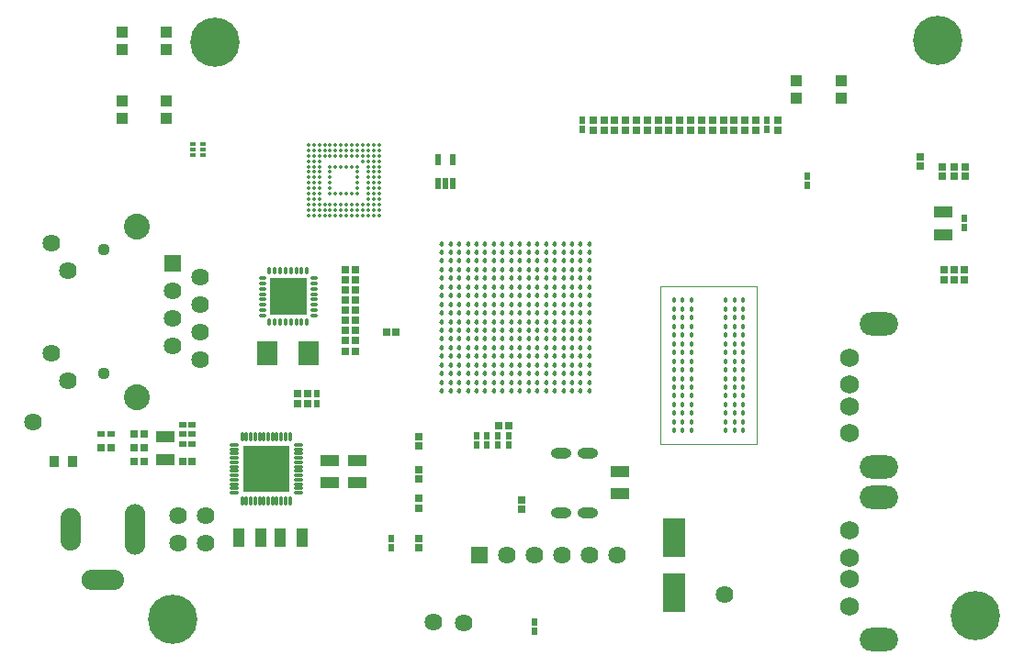
<source format=gts>
G04*
G04 #@! TF.GenerationSoftware,Altium Limited,Altium Designer,19.1.9 (167)*
G04*
G04 Layer_Color=8388736*
%FSLAX25Y25*%
%MOIN*%
G70*
G01*
G75*
%ADD11C,0.00100*%
%ADD17C,0.01400*%
%ADD37R,0.07887X0.14383*%
%ADD38C,0.01800*%
%ADD39O,0.01339X0.03110*%
%ADD40O,0.03110X0.01339*%
%ADD41R,0.13398X0.13398*%
%ADD42R,0.02402X0.02902*%
%ADD43R,0.07400X0.08900*%
%ADD44O,0.07493X0.03753*%
%ADD45R,0.03900X0.04400*%
%ADD46R,0.02565X0.02565*%
%ADD47R,0.02565X0.02565*%
%ADD48R,0.02400X0.01600*%
%ADD49R,0.02178X0.04147*%
%ADD50C,0.01802*%
%ADD51O,0.03740X0.01181*%
%ADD52O,0.01181X0.03740*%
%ADD53R,0.16745X0.16745*%
%ADD54R,0.03400X0.04400*%
%ADD55R,0.06509X0.04343*%
%ADD56R,0.02902X0.02402*%
%ADD57R,0.04343X0.06509*%
%ADD58C,0.06400*%
%ADD59C,0.17900*%
%ADD60C,0.04400*%
%ADD61C,0.09400*%
%ADD62R,0.06400X0.06400*%
%ADD63C,0.06900*%
%ADD64O,0.13900X0.08400*%
%ADD65O,0.07400X0.15400*%
%ADD66O,0.07400X0.18400*%
%ADD67O,0.15400X0.07400*%
D11*
X234034Y76926D02*
Y134176D01*
X269234D01*
Y76926D02*
Y134176D01*
X234034Y76926D02*
X269234D01*
D17*
X124121Y185695D02*
D03*
Y167979D02*
D03*
X110342Y183727D02*
D03*
Y181758D02*
D03*
X106405Y162073D02*
D03*
Y164042D02*
D03*
Y166010D02*
D03*
X110342Y173884D02*
D03*
Y171916D02*
D03*
Y169947D02*
D03*
Y167979D02*
D03*
Y166010D02*
D03*
X131995Y185695D02*
D03*
X110342Y164042D02*
D03*
Y162073D02*
D03*
Y160105D02*
D03*
X108373Y185695D02*
D03*
X106405Y167979D02*
D03*
X108373Y181758D02*
D03*
X106405Y160105D02*
D03*
X116247Y164042D02*
D03*
X108373Y173884D02*
D03*
Y171916D02*
D03*
X124121Y164042D02*
D03*
X108373Y169947D02*
D03*
X124121Y177821D02*
D03*
X108373Y175853D02*
D03*
X114279D02*
D03*
X124121Y162073D02*
D03*
Y160105D02*
D03*
X122153Y185695D02*
D03*
Y183727D02*
D03*
Y181758D02*
D03*
X131995Y169947D02*
D03*
X130027Y160105D02*
D03*
X124121Y183727D02*
D03*
X128058Y160105D02*
D03*
Y162073D02*
D03*
Y164042D02*
D03*
Y166010D02*
D03*
X122153Y167979D02*
D03*
X128058D02*
D03*
X122153Y164042D02*
D03*
Y162073D02*
D03*
Y160105D02*
D03*
X128058Y169947D02*
D03*
X124121Y181758D02*
D03*
X128058Y171916D02*
D03*
Y173884D02*
D03*
Y177821D02*
D03*
Y181758D02*
D03*
Y185695D02*
D03*
X126090Y160105D02*
D03*
Y162073D02*
D03*
Y164042D02*
D03*
Y179790D02*
D03*
Y181758D02*
D03*
X131995Y183727D02*
D03*
X120184Y164042D02*
D03*
Y162073D02*
D03*
Y160105D02*
D03*
X118216Y185695D02*
D03*
Y183727D02*
D03*
Y181758D02*
D03*
X126090Y183727D02*
D03*
X118216Y177821D02*
D03*
X126090Y185695D02*
D03*
X130027Y162073D02*
D03*
X131995Y175853D02*
D03*
X130027Y164042D02*
D03*
Y166010D02*
D03*
Y167979D02*
D03*
Y169947D02*
D03*
X118216Y164042D02*
D03*
Y162073D02*
D03*
Y160105D02*
D03*
X116247Y185695D02*
D03*
Y183727D02*
D03*
Y181758D02*
D03*
X131995Y173884D02*
D03*
X116247Y177821D02*
D03*
X106405Y171916D02*
D03*
Y169947D02*
D03*
Y173884D02*
D03*
Y183727D02*
D03*
Y185695D02*
D03*
X108373Y160105D02*
D03*
Y162073D02*
D03*
Y164042D02*
D03*
X116247Y162073D02*
D03*
X131995Y171916D02*
D03*
X116247Y160105D02*
D03*
X114279Y185695D02*
D03*
Y183727D02*
D03*
Y181758D02*
D03*
X130027Y171916D02*
D03*
X108373Y167979D02*
D03*
Y166010D02*
D03*
X114279Y173884D02*
D03*
X120184Y167979D02*
D03*
Y181758D02*
D03*
X124121Y171916D02*
D03*
X114279Y167979D02*
D03*
X120184Y183727D02*
D03*
X114279Y164042D02*
D03*
Y162073D02*
D03*
Y160105D02*
D03*
X112310Y185695D02*
D03*
Y183727D02*
D03*
Y181758D02*
D03*
X120184Y185695D02*
D03*
X130027Y173884D02*
D03*
X124121Y169947D02*
D03*
X130027Y185695D02*
D03*
X131995Y160105D02*
D03*
Y162073D02*
D03*
Y164042D02*
D03*
Y166010D02*
D03*
Y167979D02*
D03*
X112310Y164042D02*
D03*
Y162073D02*
D03*
Y160105D02*
D03*
X110342Y185695D02*
D03*
X128058Y179790D02*
D03*
X108373Y177821D02*
D03*
Y183727D02*
D03*
X120184Y177821D02*
D03*
X106405Y175853D02*
D03*
Y179790D02*
D03*
X124121Y173884D02*
D03*
X118216Y167979D02*
D03*
X114279Y171916D02*
D03*
X122153Y177821D02*
D03*
X124121Y175853D02*
D03*
X128058D02*
D03*
X108373Y179790D02*
D03*
X110342D02*
D03*
X106405Y177821D02*
D03*
Y181758D02*
D03*
X116247Y167979D02*
D03*
X114279Y169947D02*
D03*
X131995Y177821D02*
D03*
X130027Y183727D02*
D03*
X110342Y177821D02*
D03*
X131995Y181758D02*
D03*
Y179790D02*
D03*
X114279Y177821D02*
D03*
X128058Y183727D02*
D03*
X110342Y175853D02*
D03*
X130027Y181758D02*
D03*
Y179790D02*
D03*
Y177821D02*
D03*
Y175853D02*
D03*
D37*
X239200Y23061D02*
D03*
Y43139D02*
D03*
D38*
X264234Y100826D02*
D03*
X257934D02*
D03*
X242184Y97676D02*
D03*
X245334Y103976D02*
D03*
Y100826D02*
D03*
Y97676D02*
D03*
Y110276D02*
D03*
X257934Y126026D02*
D03*
X261084Y91376D02*
D03*
X245334Y119726D02*
D03*
Y91376D02*
D03*
X257934Y116576D02*
D03*
Y88226D02*
D03*
X245334D02*
D03*
X242184Y91376D02*
D03*
X261084Y88226D02*
D03*
X242184D02*
D03*
X261084Y85076D02*
D03*
X242184D02*
D03*
X261084Y81926D02*
D03*
X245334Y85076D02*
D03*
X257934Y97676D02*
D03*
Y85076D02*
D03*
Y91376D02*
D03*
X245334Y81926D02*
D03*
X261084Y116576D02*
D03*
Y119726D02*
D03*
X264234Y126026D02*
D03*
Y129176D02*
D03*
X242184Y116576D02*
D03*
X239034Y119726D02*
D03*
Y126026D02*
D03*
X245334D02*
D03*
X261084Y103976D02*
D03*
Y110276D02*
D03*
X264234D02*
D03*
Y113426D02*
D03*
X242184Y103976D02*
D03*
X239034Y110276D02*
D03*
Y116576D02*
D03*
X264234Y81926D02*
D03*
Y88226D02*
D03*
Y94526D02*
D03*
X239034Y81926D02*
D03*
Y88226D02*
D03*
Y94526D02*
D03*
Y100826D02*
D03*
X257934Y103976D02*
D03*
X242184Y94526D02*
D03*
X245334D02*
D03*
Y113426D02*
D03*
X257934Y122876D02*
D03*
X245334Y107126D02*
D03*
X257934D02*
D03*
X242184Y110276D02*
D03*
X261084Y107126D02*
D03*
X257934Y113426D02*
D03*
X242184D02*
D03*
X261084D02*
D03*
X245334Y116576D02*
D03*
X261084Y126026D02*
D03*
X242184Y122876D02*
D03*
X261084D02*
D03*
X245334D02*
D03*
Y129176D02*
D03*
X257934D02*
D03*
Y119726D02*
D03*
X242184Y129176D02*
D03*
Y81926D02*
D03*
X264234Y97676D02*
D03*
X239034D02*
D03*
X264234Y103976D02*
D03*
X239034D02*
D03*
X257934Y81926D02*
D03*
X261084Y97676D02*
D03*
Y129176D02*
D03*
X264234Y122876D02*
D03*
Y116576D02*
D03*
Y119726D02*
D03*
X239034Y122876D02*
D03*
Y129176D02*
D03*
X242184Y119726D02*
D03*
Y126026D02*
D03*
X264234Y107126D02*
D03*
X261084Y100826D02*
D03*
X257934Y110276D02*
D03*
X239034Y113426D02*
D03*
X242184Y100826D02*
D03*
Y107126D02*
D03*
X264234Y85076D02*
D03*
Y91376D02*
D03*
X239034Y85076D02*
D03*
Y91376D02*
D03*
Y107126D02*
D03*
X261084Y94526D02*
D03*
X257934D02*
D03*
D39*
X92110Y121169D02*
D03*
X94079D02*
D03*
X96047D02*
D03*
X98016D02*
D03*
X99984D02*
D03*
X101953D02*
D03*
X103921D02*
D03*
X105890D02*
D03*
Y139831D02*
D03*
X103921D02*
D03*
X101953D02*
D03*
X99984D02*
D03*
X98016D02*
D03*
X96047D02*
D03*
X94079D02*
D03*
X92110D02*
D03*
D40*
X108331Y123610D02*
D03*
Y125579D02*
D03*
Y127547D02*
D03*
Y129516D02*
D03*
Y131484D02*
D03*
Y133453D02*
D03*
Y135421D02*
D03*
Y137390D02*
D03*
X89669D02*
D03*
Y135421D02*
D03*
Y133453D02*
D03*
Y131484D02*
D03*
Y129516D02*
D03*
Y127547D02*
D03*
Y125579D02*
D03*
Y123610D02*
D03*
D41*
X99000Y130500D02*
D03*
D42*
X272700Y194646D02*
D03*
Y191181D02*
D03*
X205771Y194646D02*
D03*
Y191181D02*
D03*
X344600Y159132D02*
D03*
Y155668D02*
D03*
X188500Y12432D02*
D03*
Y8968D02*
D03*
X109500Y91768D02*
D03*
Y95232D02*
D03*
X179134Y76568D02*
D03*
Y80032D02*
D03*
X167323Y76567D02*
D03*
Y80032D02*
D03*
X175259Y76568D02*
D03*
Y80032D02*
D03*
X171260Y76568D02*
D03*
Y80032D02*
D03*
X136500Y39268D02*
D03*
Y42732D02*
D03*
X287323Y170835D02*
D03*
Y174300D02*
D03*
D43*
X91536Y109831D02*
D03*
X106496D02*
D03*
D44*
X207723Y51873D02*
D03*
Y73527D02*
D03*
X198077Y51873D02*
D03*
Y73527D02*
D03*
D45*
X283529Y202550D02*
D03*
X299671D02*
D03*
Y208850D02*
D03*
X283529D02*
D03*
X38779Y220472D02*
D03*
X54921D02*
D03*
Y226772D02*
D03*
X38779D02*
D03*
Y195275D02*
D03*
X54921D02*
D03*
Y201575D02*
D03*
X38779D02*
D03*
D46*
X328300Y177928D02*
D03*
Y181472D02*
D03*
X340737Y174228D02*
D03*
Y177772D02*
D03*
X337000Y140372D02*
D03*
Y136828D02*
D03*
X340737Y140372D02*
D03*
Y136828D02*
D03*
X344400Y140372D02*
D03*
Y136828D02*
D03*
X344800Y174228D02*
D03*
Y177772D02*
D03*
X336600Y174228D02*
D03*
Y177772D02*
D03*
X268763Y194685D02*
D03*
Y191142D02*
D03*
X264826Y194685D02*
D03*
Y191142D02*
D03*
X260889Y194685D02*
D03*
Y191142D02*
D03*
X256952Y194685D02*
D03*
Y191142D02*
D03*
X253015Y194685D02*
D03*
Y191142D02*
D03*
X249078Y194685D02*
D03*
Y191142D02*
D03*
X245141Y194685D02*
D03*
Y191142D02*
D03*
X241204Y194685D02*
D03*
Y191142D02*
D03*
X237267Y194685D02*
D03*
Y191142D02*
D03*
X233330Y194685D02*
D03*
Y191142D02*
D03*
X229393Y194685D02*
D03*
Y191142D02*
D03*
X217582Y194685D02*
D03*
Y191142D02*
D03*
X225456Y194685D02*
D03*
Y191142D02*
D03*
X221519Y194685D02*
D03*
Y191142D02*
D03*
X209708Y194685D02*
D03*
Y191142D02*
D03*
X213645Y194685D02*
D03*
Y191142D02*
D03*
X276637Y191142D02*
D03*
Y194685D02*
D03*
X146500Y79772D02*
D03*
Y76228D02*
D03*
X183800Y53228D02*
D03*
Y56772D02*
D03*
X146500Y39228D02*
D03*
Y42772D02*
D03*
Y67772D02*
D03*
Y64228D02*
D03*
Y57272D02*
D03*
Y53728D02*
D03*
X106000Y95272D02*
D03*
Y91728D02*
D03*
X102500Y95272D02*
D03*
Y91728D02*
D03*
D47*
X123472Y136700D02*
D03*
X119928D02*
D03*
X123472Y110800D02*
D03*
X119928D02*
D03*
X123472Y133000D02*
D03*
X119928D02*
D03*
X123472Y129300D02*
D03*
X119928D02*
D03*
X123472Y125600D02*
D03*
X119928D02*
D03*
X123472Y121900D02*
D03*
X119928D02*
D03*
X123472Y118200D02*
D03*
X119928D02*
D03*
X123472Y114500D02*
D03*
X119928D02*
D03*
X119928Y140400D02*
D03*
X123472D02*
D03*
X134628Y117500D02*
D03*
X138172D02*
D03*
X178972Y83500D02*
D03*
X175428D02*
D03*
X34772Y75500D02*
D03*
X31228D02*
D03*
X43228D02*
D03*
X46772D02*
D03*
X60728Y70500D02*
D03*
X64272D02*
D03*
X43228D02*
D03*
X46772D02*
D03*
X43228Y80500D02*
D03*
X46772D02*
D03*
D48*
X64544Y182064D02*
D03*
Y186000D02*
D03*
Y184032D02*
D03*
X68000D02*
D03*
Y182064D02*
D03*
Y186000D02*
D03*
D49*
X153541Y180431D02*
D03*
X158659D02*
D03*
Y171769D02*
D03*
X156100D02*
D03*
X153541D02*
D03*
D50*
X208405Y96280D02*
D03*
X205256D02*
D03*
X202106D02*
D03*
X198957D02*
D03*
X195807D02*
D03*
X192657D02*
D03*
X189508D02*
D03*
X186358Y96280D02*
D03*
X183209Y96280D02*
D03*
X180059D02*
D03*
X176909D02*
D03*
X173760D02*
D03*
X170610D02*
D03*
X167461Y96280D02*
D03*
X164311D02*
D03*
X161161Y96280D02*
D03*
X158012D02*
D03*
X154862D02*
D03*
X208405Y99429D02*
D03*
X205256D02*
D03*
X202106D02*
D03*
X198957D02*
D03*
X195807D02*
D03*
X192657D02*
D03*
X189508D02*
D03*
X186358D02*
D03*
X183209D02*
D03*
X180059D02*
D03*
X176909D02*
D03*
X173760D02*
D03*
X170610D02*
D03*
X167461D02*
D03*
X164311D02*
D03*
X161161D02*
D03*
X158012D02*
D03*
X154862D02*
D03*
X208405Y102579D02*
D03*
X205256D02*
D03*
X202106D02*
D03*
X198957D02*
D03*
X195807D02*
D03*
X192657D02*
D03*
X189508D02*
D03*
X186358D02*
D03*
X183209D02*
D03*
X180059D02*
D03*
X176909D02*
D03*
X173760D02*
D03*
X170610D02*
D03*
X167461D02*
D03*
X164311D02*
D03*
X161161D02*
D03*
X158012D02*
D03*
X154862D02*
D03*
X208405Y105728D02*
D03*
X205256D02*
D03*
X202106D02*
D03*
X198957D02*
D03*
X195807D02*
D03*
X192657D02*
D03*
X189508D02*
D03*
X186358D02*
D03*
X183209D02*
D03*
X180059D02*
D03*
X176909Y105728D02*
D03*
X173760D02*
D03*
X170610Y105728D02*
D03*
X167461D02*
D03*
X164311D02*
D03*
X161161D02*
D03*
X158012Y105728D02*
D03*
X154862D02*
D03*
X208405Y108878D02*
D03*
X205256D02*
D03*
X202106D02*
D03*
X198957D02*
D03*
X195807D02*
D03*
X192657D02*
D03*
X189508D02*
D03*
X186358D02*
D03*
X183209D02*
D03*
X180059D02*
D03*
X176909Y108878D02*
D03*
X173760Y108878D02*
D03*
X170610D02*
D03*
X167461D02*
D03*
X164311D02*
D03*
X161161D02*
D03*
X158012D02*
D03*
X154862Y108878D02*
D03*
X208405Y112028D02*
D03*
X205256D02*
D03*
X202106D02*
D03*
X198957D02*
D03*
X195807D02*
D03*
X192657D02*
D03*
X189508D02*
D03*
X186358D02*
D03*
X183209D02*
D03*
X180059D02*
D03*
X176909D02*
D03*
X173760D02*
D03*
X170610D02*
D03*
X167461D02*
D03*
X164311D02*
D03*
X161161D02*
D03*
X158012D02*
D03*
X154862D02*
D03*
X208405Y115177D02*
D03*
X205256D02*
D03*
X202106D02*
D03*
X198957D02*
D03*
X195807D02*
D03*
X192657D02*
D03*
X189508D02*
D03*
X186358Y115177D02*
D03*
X183209D02*
D03*
X180059Y115177D02*
D03*
X176909D02*
D03*
X173760D02*
D03*
X170610D02*
D03*
X167461Y115177D02*
D03*
X164311D02*
D03*
X161161Y115177D02*
D03*
X158012D02*
D03*
X154862D02*
D03*
X208405Y118327D02*
D03*
X205256D02*
D03*
X202106D02*
D03*
X198957D02*
D03*
X195807D02*
D03*
X192657D02*
D03*
X189508D02*
D03*
X186358D02*
D03*
X183209D02*
D03*
X180059D02*
D03*
X176909D02*
D03*
X173760D02*
D03*
X170610D02*
D03*
X167461D02*
D03*
X164311D02*
D03*
X161161D02*
D03*
X158012D02*
D03*
X154862D02*
D03*
X208405Y121476D02*
D03*
X205256D02*
D03*
X202106D02*
D03*
X198957D02*
D03*
X195807D02*
D03*
X192657D02*
D03*
X189508D02*
D03*
X186358D02*
D03*
X183209D02*
D03*
X180059D02*
D03*
X176909D02*
D03*
X173760D02*
D03*
X170610D02*
D03*
X167461D02*
D03*
X164311D02*
D03*
X161161D02*
D03*
X158012D02*
D03*
X154862D02*
D03*
X208405Y124626D02*
D03*
X205256D02*
D03*
X202106D02*
D03*
X198957D02*
D03*
X195807D02*
D03*
X192657D02*
D03*
X189508D02*
D03*
X186358D02*
D03*
X183209D02*
D03*
X180059D02*
D03*
X176909D02*
D03*
X173760D02*
D03*
X170610D02*
D03*
X167461D02*
D03*
X164311D02*
D03*
X161161D02*
D03*
X158012D02*
D03*
X154862D02*
D03*
X208405Y127776D02*
D03*
X205256D02*
D03*
X202106D02*
D03*
X198957D02*
D03*
X195807D02*
D03*
X192657D02*
D03*
X189508D02*
D03*
X186358D02*
D03*
X183209D02*
D03*
X180059D02*
D03*
X176909D02*
D03*
X173760D02*
D03*
X170610D02*
D03*
X167461D02*
D03*
X164311D02*
D03*
X161161D02*
D03*
X158012D02*
D03*
X154862D02*
D03*
X208405Y130925D02*
D03*
X205256D02*
D03*
X202106D02*
D03*
X198957D02*
D03*
X195807D02*
D03*
X192657D02*
D03*
X189508D02*
D03*
X186358D02*
D03*
X183209D02*
D03*
X180059D02*
D03*
X176909D02*
D03*
X173760D02*
D03*
X170610D02*
D03*
X167461D02*
D03*
X164311D02*
D03*
X161161D02*
D03*
X158012D02*
D03*
X154862D02*
D03*
X208405Y134075D02*
D03*
X205256D02*
D03*
X202106D02*
D03*
X198957D02*
D03*
X195807D02*
D03*
X192657D02*
D03*
X189508D02*
D03*
X186358D02*
D03*
X183209D02*
D03*
X180059D02*
D03*
X176909D02*
D03*
X173760D02*
D03*
X170610D02*
D03*
X167461D02*
D03*
X164311D02*
D03*
X161161D02*
D03*
X158012D02*
D03*
X154862D02*
D03*
X208405Y137224D02*
D03*
X205256D02*
D03*
X202106D02*
D03*
X198957D02*
D03*
X195807D02*
D03*
X192657D02*
D03*
X189508D02*
D03*
X186358D02*
D03*
X183209D02*
D03*
X180059D02*
D03*
X176909D02*
D03*
X173760D02*
D03*
X170610D02*
D03*
X167461D02*
D03*
X164311D02*
D03*
X161161D02*
D03*
X158012D02*
D03*
X154862D02*
D03*
X208405Y140374D02*
D03*
X205256D02*
D03*
X202106D02*
D03*
X198957D02*
D03*
X195807D02*
D03*
X192657D02*
D03*
X189508D02*
D03*
X186358D02*
D03*
X183209D02*
D03*
X180059D02*
D03*
X176909D02*
D03*
X173760D02*
D03*
X170610D02*
D03*
X167461D02*
D03*
X164311D02*
D03*
X161161D02*
D03*
X158012D02*
D03*
X154862D02*
D03*
X208405Y143524D02*
D03*
X205256D02*
D03*
X202106D02*
D03*
X198957D02*
D03*
X195807D02*
D03*
X192657D02*
D03*
X189508D02*
D03*
X186358D02*
D03*
X183209D02*
D03*
X180059D02*
D03*
X176909Y143524D02*
D03*
X173760D02*
D03*
X170610Y143524D02*
D03*
X167461D02*
D03*
X164311D02*
D03*
X161161D02*
D03*
X158012Y143524D02*
D03*
X154862D02*
D03*
X208405Y146673D02*
D03*
X205256D02*
D03*
X202106D02*
D03*
X198957D02*
D03*
X195807D02*
D03*
X192657Y146673D02*
D03*
X189508Y146673D02*
D03*
X186358D02*
D03*
X183209D02*
D03*
X180059D02*
D03*
X176909Y146673D02*
D03*
X173760D02*
D03*
X170610D02*
D03*
X167461Y146673D02*
D03*
X164311D02*
D03*
X161161Y146673D02*
D03*
X158012D02*
D03*
X154862D02*
D03*
X208405Y149823D02*
D03*
X205256D02*
D03*
X202106D02*
D03*
X198957D02*
D03*
X195807D02*
D03*
X192657D02*
D03*
X189508D02*
D03*
X186358D02*
D03*
X183209D02*
D03*
X180059D02*
D03*
X176909D02*
D03*
X173760D02*
D03*
X170610D02*
D03*
X167461D02*
D03*
X164311D02*
D03*
X161161D02*
D03*
X158012D02*
D03*
X154862D02*
D03*
D51*
X79287Y76661D02*
D03*
Y75087D02*
D03*
Y73512D02*
D03*
Y71937D02*
D03*
Y70362D02*
D03*
Y68787D02*
D03*
Y67213D02*
D03*
Y65638D02*
D03*
Y64063D02*
D03*
Y62488D02*
D03*
Y60913D02*
D03*
Y59339D02*
D03*
X102713D02*
D03*
Y60913D02*
D03*
Y62488D02*
D03*
Y64063D02*
D03*
Y65638D02*
D03*
Y67213D02*
D03*
Y68787D02*
D03*
Y70362D02*
D03*
Y71937D02*
D03*
Y73512D02*
D03*
Y75087D02*
D03*
Y76661D02*
D03*
D52*
X82339Y56287D02*
D03*
X83913D02*
D03*
X85488D02*
D03*
X87063D02*
D03*
X88638D02*
D03*
X90213D02*
D03*
X91787D02*
D03*
X93362D02*
D03*
X94937D02*
D03*
X96512D02*
D03*
X98087D02*
D03*
X99661D02*
D03*
Y79713D02*
D03*
X98087D02*
D03*
X96512D02*
D03*
X94937D02*
D03*
X93362D02*
D03*
X91787D02*
D03*
X90213D02*
D03*
X88638D02*
D03*
X87063D02*
D03*
X85488D02*
D03*
X83913D02*
D03*
X82339D02*
D03*
D53*
X91000Y68000D02*
D03*
D54*
X14250Y70500D02*
D03*
X20750D02*
D03*
D55*
X336737Y161182D02*
D03*
Y153111D02*
D03*
X124000Y62965D02*
D03*
Y71035D02*
D03*
X219600Y66935D02*
D03*
Y58865D02*
D03*
X114000Y62965D02*
D03*
Y71035D02*
D03*
X54500Y79535D02*
D03*
Y71465D02*
D03*
D56*
X60768Y77000D02*
D03*
X64232D02*
D03*
X31268Y80500D02*
D03*
X34732D02*
D03*
X64232D02*
D03*
X60768D02*
D03*
X60768Y84000D02*
D03*
X64232D02*
D03*
D57*
X104035Y43000D02*
D03*
X95965D02*
D03*
X80965D02*
D03*
X89035D02*
D03*
D58*
X6500Y85000D02*
D03*
X162800Y12100D02*
D03*
X257505Y22217D02*
D03*
X69000Y51000D02*
D03*
X59000Y41000D02*
D03*
Y51000D02*
D03*
X69000Y41000D02*
D03*
X151800Y12200D02*
D03*
X57250Y112500D02*
D03*
X67250Y107500D02*
D03*
Y137500D02*
D03*
X57250Y132500D02*
D03*
X67250Y117500D02*
D03*
X12950Y149900D02*
D03*
X18950Y139900D02*
D03*
Y100100D02*
D03*
X12950Y110100D02*
D03*
X67250Y127500D02*
D03*
X57250Y122500D02*
D03*
X188600Y36700D02*
D03*
X218600D02*
D03*
X178600D02*
D03*
X208600D02*
D03*
X198600D02*
D03*
D59*
X348400Y14500D02*
D03*
X72550Y223000D02*
D03*
X334823Y223567D02*
D03*
X57000Y13400D02*
D03*
D60*
X32250Y102500D02*
D03*
Y147500D02*
D03*
D61*
X44250Y156000D02*
D03*
Y94000D02*
D03*
D62*
X57250Y142500D02*
D03*
X168600Y36700D02*
D03*
D63*
X302753Y108417D02*
D03*
Y98577D02*
D03*
Y90697D02*
D03*
Y80857D02*
D03*
Y45617D02*
D03*
Y35777D02*
D03*
Y27897D02*
D03*
Y18057D02*
D03*
D64*
X313423Y120507D02*
D03*
Y68767D02*
D03*
Y57707D02*
D03*
Y5967D02*
D03*
D65*
X20000Y46000D02*
D03*
D66*
X43600D02*
D03*
D67*
X31800Y27500D02*
D03*
M02*

</source>
